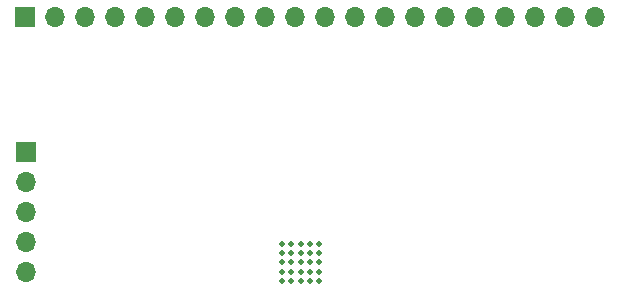
<source format=gbs>
G04 #@! TF.GenerationSoftware,KiCad,Pcbnew,8.0.8*
G04 #@! TF.CreationDate,2025-03-14T23:10:01+01:00*
G04 #@! TF.ProjectId,epdiy-v7-raw,65706469-792d-4763-972d-7261772e6b69,1.1*
G04 #@! TF.SameCoordinates,Original*
G04 #@! TF.FileFunction,Soldermask,Bot*
G04 #@! TF.FilePolarity,Negative*
%FSLAX46Y46*%
G04 Gerber Fmt 4.6, Leading zero omitted, Abs format (unit mm)*
G04 Created by KiCad (PCBNEW 8.0.8) date 2025-03-14 23:10:01*
%MOMM*%
%LPD*%
G01*
G04 APERTURE LIST*
%ADD10C,0.508000*%
%ADD11R,1.700000X1.700000*%
%ADD12O,1.700000X1.700000*%
G04 APERTURE END LIST*
D10*
X100880870Y-105892800D03*
X100880870Y-105105400D03*
X100880870Y-104318000D03*
X100880870Y-103530600D03*
X100880870Y-102743200D03*
X100093470Y-105892800D03*
X100093470Y-105105400D03*
X100093470Y-104318000D03*
X100093470Y-103530600D03*
X100093470Y-102743200D03*
X99306070Y-105892800D03*
X99306070Y-105105400D03*
X99306070Y-104318000D03*
X99306070Y-103530600D03*
X99306070Y-102743200D03*
X98518670Y-105892800D03*
X98518670Y-105105400D03*
X98518670Y-104318000D03*
X98518670Y-103530600D03*
X98518670Y-102743200D03*
X97731270Y-105892800D03*
X97731270Y-105105400D03*
X97731270Y-104318000D03*
X97731270Y-103530600D03*
X97731270Y-102743200D03*
D11*
X75940000Y-83500000D03*
D12*
X78480000Y-83500000D03*
X81020000Y-83500000D03*
X83560000Y-83500000D03*
X86100000Y-83500000D03*
X88640000Y-83500000D03*
X91180000Y-83500000D03*
X93720000Y-83500000D03*
X96260000Y-83500000D03*
X98800000Y-83500000D03*
X101340000Y-83500000D03*
X103880000Y-83500000D03*
X106420000Y-83500000D03*
X108960000Y-83500000D03*
X111500000Y-83500000D03*
X114040000Y-83500000D03*
X116580000Y-83500000D03*
X119120000Y-83500000D03*
X121660000Y-83500000D03*
X124200000Y-83500000D03*
D11*
X76000000Y-95000000D03*
D12*
X76000000Y-97540000D03*
X76000000Y-100080000D03*
X76000000Y-102620000D03*
X76000000Y-105160000D03*
M02*

</source>
